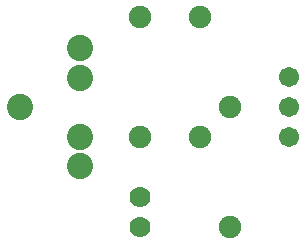
<source format=gtl>
G04 MADE WITH FRITZING*
G04 WWW.FRITZING.ORG*
G04 DOUBLE SIDED*
G04 HOLES PLATED*
G04 CONTOUR ON CENTER OF CONTOUR VECTOR*
%ASAXBY*%
%FSLAX23Y23*%
%MOIN*%
%OFA0B0*%
%SFA1.0B1.0*%
%ADD10C,0.087695*%
%ADD11C,0.087722*%
%ADD12C,0.070000*%
%ADD13C,0.075000*%
%ADD14C,0.067559*%
%ADD15R,0.001000X0.001000*%
%LNCOPPER1*%
G90*
G70*
G54D10*
X205Y493D03*
G54D11*
X402Y690D03*
X402Y591D03*
G54D10*
X402Y394D03*
G54D11*
X402Y296D03*
G54D12*
X605Y93D03*
X605Y193D03*
G54D13*
X605Y793D03*
X605Y393D03*
X805Y793D03*
X805Y393D03*
X905Y93D03*
X905Y493D03*
G54D14*
X1100Y393D03*
X1100Y493D03*
X1100Y593D03*
G54D15*
D02*
G04 End of Copper1*
M02*
</source>
